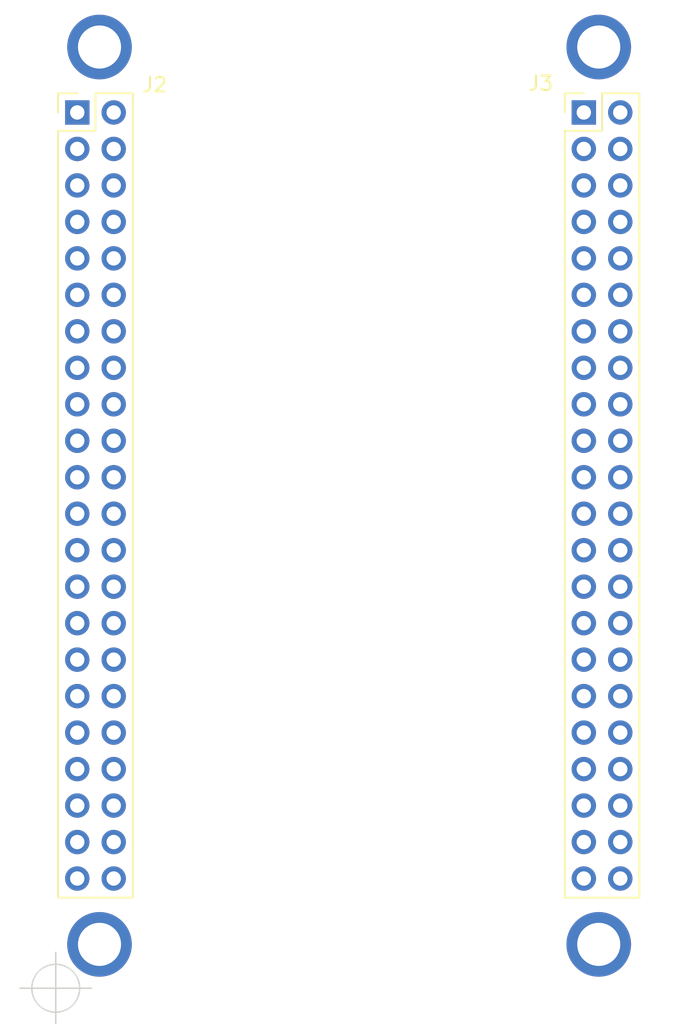
<source format=kicad_pcb>
(kicad_pcb (version 20241229) (generator "pcbnew") (generator_version "9.0")
  (layers (0 "F.Cu" signal) (2 "B.Cu" signal) (13 "F.Paste" user) (15 "B.Paste" user) (5 "F.SilkS" user "F.Silkscreen") (7 "B.SilkS" user "B.Silkscreen") (1 "F.Mask" user) (3 "B.Mask" user) (25 "Edge.Cuts" user))
  (net 0 "")
  (net 1 "GNDD")
  (net 2 "+5V")
  (net 3 "+3.3V")
  (net 4 "GND")
  (net 5 "/PD9")
  (net 6 "/PD8")
  (net 7 "/PD11")
  (net 8 "/PD10")
  (net 9 "/PD13")
  (net 10 "/PD12")
  (net 11 "/PD15")
  (net 12 "/PD14")
  (net 13 "/PC7")
  (net 14 "/PC6")
  (net 15 "/PC9")
  (net 16 "/PC8")
  (net 17 "/PA9_TX1")
  (net 18 "/PA8")
  (net 19 "/PA11_USB_DM")
  (net 20 "/PA10_RX1")
  (net 21 "/PA15")
  (net 22 "/PA12_USB_DP")
  (net 23 "/PC11")
  (net 24 "/PC10")
  (net 25 "/PD0")
  (net 26 "/PC12")
  (net 27 "/PD2")
  (net 28 "/PD1")
  (net 29 "/PD4")
  (net 30 "/PD3")
  (net 31 "/PD6")
  (net 32 "/PD5")
  (net 33 "/PB3")
  (net 34 "/PD7")
  (net 35 "/PB5")
  (net 36 "/PB4")
  (net 37 "/PB7")
  (net 38 "/PB6")
  (net 39 "/PB9")
  (net 40 "/PB8")
  (net 41 "/PE1")
  (net 42 "/PE0")
  (net 43 "VDDA")
  (net 44 "/VREF+")
  (net 45 "/PB15")
  (net 46 "/PB14")
  (net 47 "/PB13")
  (net 48 "/PB12")
  (net 49 "/PB11")
  (net 50 "/PB10")
  (net 51 "/PE15")
  (net 52 "/PE14")
  (net 53 "/PE13")
  (net 54 "/PE12")
  (net 55 "/PE11")
  (net 56 "/PE10")
  (net 57 "/PE9")
  (net 58 "/PE8")
  (net 59 "/PE7")
  (net 60 "/PB2")
  (net 61 "/PB1")
  (net 62 "/PB0")
  (net 63 "/PC5")
  (net 64 "/PC4")
  (net 65 "/PA7")
  (net 66 "/PA6")
  (net 67 "/PA5")
  (net 68 "/PA4")
  (net 69 "/PA3")
  (net 70 "/PA2")
  (net 71 "/PA1")
  (net 72 "/PA0")
  (net 73 "/PC3")
  (net 74 "/PC2")
  (net 75 "/PC1")
  (net 76 "/PC0")
  (net 77 "/PC13")
  (net 78 "/PE6")
  (net 79 "/PE5")
  (net 80 "/PE4")
  (net 81 "/PE3")
  (net 82 "/PE2")
  (footprint "Connector_PinHeader_2.54mm:PinHeader_2x22_P2.54mm_Vertical" (layer "F.Cu") (at 101.5 69.02)
    (property "Reference" "J2" (at 5.4 -1.92 0) (layer "F.SilkS"))
    (property "Value" "Left")
    (fp_line (start -1.33 -1.33) (end 0 -1.33) (stroke (width 0.12)) (layer "F.SilkS"))
    (fp_line (start -1.33 0) (end -1.33 -1.33) (stroke (width 0.12)) (layer "F.SilkS"))
    (fp_line (start -1.33 1.27) (end -1.33 54.67) (stroke (width 0.12)) (layer "F.SilkS"))
    (fp_line (start -1.33 1.27) (end 1.27 1.27) (stroke (width 0.12)) (layer "F.SilkS"))
    (fp_line (start -1.33 54.67) (end 3.87 54.67) (stroke (width 0.12)) (layer "F.SilkS"))
    (fp_line (start 1.27 -1.33) (end 3.87 -1.33) (stroke (width 0.12)) (layer "F.SilkS"))
    (fp_line (start 1.27 1.27) (end 1.27 -1.33) (stroke (width 0.12)) (layer "F.SilkS"))
    (fp_line (start 3.87 -1.33) (end 3.87 54.67) (stroke (width 0.12)) (layer "F.SilkS"))
    (pad "1" thru_hole rect (at 0 0) (size 1.7 1.7) (drill 1) (layers "*.Cu" "*.Mask" "In1.Cu" "In2.Cu" "In3.Cu" "In4.Cu" "In5.Cu" "In6.Cu" "In7.Cu" "In8.Cu" "In9.Cu" "In10.Cu" "In11.Cu" "In12.Cu" "In13.Cu" "In14.Cu" "In15.Cu" "In16.Cu" "In17.Cu" "In18.Cu" "In19.Cu" "In20.Cu" "In21.Cu" "In22.Cu" "In23.Cu" "In24.Cu" "In25.Cu" "In26.Cu" "In27.Cu" "In28.Cu" "In29.Cu" "In30.Cu") (net 2 "+5V"))
    (pad "2" thru_hole oval (at 2.54 0) (size 1.7 1.7) (drill 1) (layers "*.Cu" "*.Mask" "In1.Cu" "In2.Cu" "In3.Cu" "In4.Cu" "In5.Cu" "In6.Cu" "In7.Cu" "In8.Cu" "In9.Cu" "In10.Cu" "In11.Cu" "In12.Cu" "In13.Cu" "In14.Cu" "In15.Cu" "In16.Cu" "In17.Cu" "In18.Cu" "In19.Cu" "In20.Cu" "In21.Cu" "In22.Cu" "In23.Cu" "In24.Cu" "In25.Cu" "In26.Cu" "In27.Cu" "In28.Cu" "In29.Cu" "In30.Cu") (net 2 "+5V"))
    (pad "3" thru_hole oval (at 0 2.54) (size 1.7 1.7) (drill 1) (layers "*.Cu" "*.Mask" "In1.Cu" "In2.Cu" "In3.Cu" "In4.Cu" "In5.Cu" "In6.Cu" "In7.Cu" "In8.Cu" "In9.Cu" "In10.Cu" "In11.Cu" "In12.Cu" "In13.Cu" "In14.Cu" "In15.Cu" "In16.Cu" "In17.Cu" "In18.Cu" "In19.Cu" "In20.Cu" "In21.Cu" "In22.Cu" "In23.Cu" "In24.Cu" "In25.Cu" "In26.Cu" "In27.Cu" "In28.Cu" "In29.Cu" "In30.Cu") (net 3 "+3.3V"))
    (pad "4" thru_hole oval (at 2.54 2.54) (size 1.7 1.7) (drill 1) (layers "*.Cu" "*.Mask" "In1.Cu" "In2.Cu" "In3.Cu" "In4.Cu" "In5.Cu" "In6.Cu" "In7.Cu" "In8.Cu" "In9.Cu" "In10.Cu" "In11.Cu" "In12.Cu" "In13.Cu" "In14.Cu" "In15.Cu" "In16.Cu" "In17.Cu" "In18.Cu" "In19.Cu" "In20.Cu" "In21.Cu" "In22.Cu" "In23.Cu" "In24.Cu" "In25.Cu" "In26.Cu" "In27.Cu" "In28.Cu" "In29.Cu" "In30.Cu") (net 3 "+3.3V"))
    (pad "5" thru_hole oval (at 0 5.08) (size 1.7 1.7) (drill 1) (layers "*.Cu" "*.Mask" "In1.Cu" "In2.Cu" "In3.Cu" "In4.Cu" "In5.Cu" "In6.Cu" "In7.Cu" "In8.Cu" "In9.Cu" "In10.Cu" "In11.Cu" "In12.Cu" "In13.Cu" "In14.Cu" "In15.Cu" "In16.Cu" "In17.Cu" "In18.Cu" "In19.Cu" "In20.Cu" "In21.Cu" "In22.Cu" "In23.Cu" "In24.Cu" "In25.Cu" "In26.Cu" "In27.Cu" "In28.Cu" "In29.Cu" "In30.Cu") (net 4 "GND"))
    (pad "6" thru_hole oval (at 2.54 5.08) (size 1.7 1.7) (drill 1) (layers "*.Cu" "*.Mask" "In1.Cu" "In2.Cu" "In3.Cu" "In4.Cu" "In5.Cu" "In6.Cu" "In7.Cu" "In8.Cu" "In9.Cu" "In10.Cu" "In11.Cu" "In12.Cu" "In13.Cu" "In14.Cu" "In15.Cu" "In16.Cu" "In17.Cu" "In18.Cu" "In19.Cu" "In20.Cu" "In21.Cu" "In22.Cu" "In23.Cu" "In24.Cu" "In25.Cu" "In26.Cu" "In27.Cu" "In28.Cu" "In29.Cu" "In30.Cu") (net 4 "GND"))
    (pad "7" thru_hole oval (at 0 7.62) (size 1.7 1.7) (drill 1) (layers "*.Cu" "*.Mask" "In1.Cu" "In2.Cu" "In3.Cu" "In4.Cu" "In5.Cu" "In6.Cu" "In7.Cu" "In8.Cu" "In9.Cu" "In10.Cu" "In11.Cu" "In12.Cu" "In13.Cu" "In14.Cu" "In15.Cu" "In16.Cu" "In17.Cu" "In18.Cu" "In19.Cu" "In20.Cu" "In21.Cu" "In22.Cu" "In23.Cu" "In24.Cu" "In25.Cu" "In26.Cu" "In27.Cu" "In28.Cu" "In29.Cu" "In30.Cu") (net 5 "/PD9"))
    (pad "8" thru_hole oval (at 2.54 7.62) (size 1.7 1.7) (drill 1) (layers "*.Cu" "*.Mask" "In1.Cu" "In2.Cu" "In3.Cu" "In4.Cu" "In5.Cu" "In6.Cu" "In7.Cu" "In8.Cu" "In9.Cu" "In10.Cu" "In11.Cu" "In12.Cu" "In13.Cu" "In14.Cu" "In15.Cu" "In16.Cu" "In17.Cu" "In18.Cu" "In19.Cu" "In20.Cu" "In21.Cu" "In22.Cu" "In23.Cu" "In24.Cu" "In25.Cu" "In26.Cu" "In27.Cu" "In28.Cu" "In29.Cu" "In30.Cu") (net 6 "/PD8"))
    (pad "9" thru_hole oval (at 0 10.16) (size 1.7 1.7) (drill 1) (layers "*.Cu" "*.Mask" "In1.Cu" "In2.Cu" "In3.Cu" "In4.Cu" "In5.Cu" "In6.Cu" "In7.Cu" "In8.Cu" "In9.Cu" "In10.Cu" "In11.Cu" "In12.Cu" "In13.Cu" "In14.Cu" "In15.Cu" "In16.Cu" "In17.Cu" "In18.Cu" "In19.Cu" "In20.Cu" "In21.Cu" "In22.Cu" "In23.Cu" "In24.Cu" "In25.Cu" "In26.Cu" "In27.Cu" "In28.Cu" "In29.Cu" "In30.Cu") (net 7 "/PD11"))
    (pad "10" thru_hole oval (at 2.54 10.16) (size 1.7 1.7) (drill 1) (layers "*.Cu" "*.Mask" "In1.Cu" "In2.Cu" "In3.Cu" "In4.Cu" "In5.Cu" "In6.Cu" "In7.Cu" "In8.Cu" "In9.Cu" "In10.Cu" "In11.Cu" "In12.Cu" "In13.Cu" "In14.Cu" "In15.Cu" "In16.Cu" "In17.Cu" "In18.Cu" "In19.Cu" "In20.Cu" "In21.Cu" "In22.Cu" "In23.Cu" "In24.Cu" "In25.Cu" "In26.Cu" "In27.Cu" "In28.Cu" "In29.Cu" "In30.Cu") (net 8 "/PD10"))
    (pad "11" thru_hole oval (at 0 12.7) (size 1.7 1.7) (drill 1) (layers "*.Cu" "*.Mask" "In1.Cu" "In2.Cu" "In3.Cu" "In4.Cu" "In5.Cu" "In6.Cu" "In7.Cu" "In8.Cu" "In9.Cu" "In10.Cu" "In11.Cu" "In12.Cu" "In13.Cu" "In14.Cu" "In15.Cu" "In16.Cu" "In17.Cu" "In18.Cu" "In19.Cu" "In20.Cu" "In21.Cu" "In22.Cu" "In23.Cu" "In24.Cu" "In25.Cu" "In26.Cu" "In27.Cu" "In28.Cu" "In29.Cu" "In30.Cu") (net 9 "/PD13"))
    (pad "12" thru_hole oval (at 2.54 12.7) (size 1.7 1.7) (drill 1) (layers "*.Cu" "*.Mask" "In1.Cu" "In2.Cu" "In3.Cu" "In4.Cu" "In5.Cu" "In6.Cu" "In7.Cu" "In8.Cu" "In9.Cu" "In10.Cu" "In11.Cu" "In12.Cu" "In13.Cu" "In14.Cu" "In15.Cu" "In16.Cu" "In17.Cu" "In18.Cu" "In19.Cu" "In20.Cu" "In21.Cu" "In22.Cu" "In23.Cu" "In24.Cu" "In25.Cu" "In26.Cu" "In27.Cu" "In28.Cu" "In29.Cu" "In30.Cu") (net 10 "/PD12"))
    (pad "13" thru_hole oval (at 0 15.24) (size 1.7 1.7) (drill 1) (layers "*.Cu" "*.Mask" "In1.Cu" "In2.Cu" "In3.Cu" "In4.Cu" "In5.Cu" "In6.Cu" "In7.Cu" "In8.Cu" "In9.Cu" "In10.Cu" "In11.Cu" "In12.Cu" "In13.Cu" "In14.Cu" "In15.Cu" "In16.Cu" "In17.Cu" "In18.Cu" "In19.Cu" "In20.Cu" "In21.Cu" "In22.Cu" "In23.Cu" "In24.Cu" "In25.Cu" "In26.Cu" "In27.Cu" "In28.Cu" "In29.Cu" "In30.Cu") (net 11 "/PD15"))
    (pad "14" thru_hole oval (at 2.54 15.24) (size 1.7 1.7) (drill 1) (layers "*.Cu" "*.Mask" "In1.Cu" "In2.Cu" "In3.Cu" "In4.Cu" "In5.Cu" "In6.Cu" "In7.Cu" "In8.Cu" "In9.Cu" "In10.Cu" "In11.Cu" "In12.Cu" "In13.Cu" "In14.Cu" "In15.Cu" "In16.Cu" "In17.Cu" "In18.Cu" "In19.Cu" "In20.Cu" "In21.Cu" "In22.Cu" "In23.Cu" "In24.Cu" "In25.Cu" "In26.Cu" "In27.Cu" "In28.Cu" "In29.Cu" "In30.Cu") (net 12 "/PD14"))
    (pad "15" thru_hole oval (at 0 17.78) (size 1.7 1.7) (drill 1) (layers "*.Cu" "*.Mask" "In1.Cu" "In2.Cu" "In3.Cu" "In4.Cu" "In5.Cu" "In6.Cu" "In7.Cu" "In8.Cu" "In9.Cu" "In10.Cu" "In11.Cu" "In12.Cu" "In13.Cu" "In14.Cu" "In15.Cu" "In16.Cu" "In17.Cu" "In18.Cu" "In19.Cu" "In20.Cu" "In21.Cu" "In22.Cu" "In23.Cu" "In24.Cu" "In25.Cu" "In26.Cu" "In27.Cu" "In28.Cu" "In29.Cu" "In30.Cu") (net 13 "/PC7"))
    (pad "16" thru_hole oval (at 2.54 17.78) (size 1.7 1.7) (drill 1) (layers "*.Cu" "*.Mask" "In1.Cu" "In2.Cu" "In3.Cu" "In4.Cu" "In5.Cu" "In6.Cu" "In7.Cu" "In8.Cu" "In9.Cu" "In10.Cu" "In11.Cu" "In12.Cu" "In13.Cu" "In14.Cu" "In15.Cu" "In16.Cu" "In17.Cu" "In18.Cu" "In19.Cu" "In20.Cu" "In21.Cu" "In22.Cu" "In23.Cu" "In24.Cu" "In25.Cu" "In26.Cu" "In27.Cu" "In28.Cu" "In29.Cu" "In30.Cu") (net 14 "/PC6"))
    (pad "17" thru_hole oval (at 0 20.32) (size 1.7 1.7) (drill 1) (layers "*.Cu" "*.Mask" "In1.Cu" "In2.Cu" "In3.Cu" "In4.Cu" "In5.Cu" "In6.Cu" "In7.Cu" "In8.Cu" "In9.Cu" "In10.Cu" "In11.Cu" "In12.Cu" "In13.Cu" "In14.Cu" "In15.Cu" "In16.Cu" "In17.Cu" "In18.Cu" "In19.Cu" "In20.Cu" "In21.Cu" "In22.Cu" "In23.Cu" "In24.Cu" "In25.Cu" "In26.Cu" "In27.Cu" "In28.Cu" "In29.Cu" "In30.Cu") (net 15 "/PC9"))
    (pad "18" thru_hole oval (at 2.54 20.32) (size 1.7 1.7) (drill 1) (layers "*.Cu" "*.Mask" "In1.Cu" "In2.Cu" "In3.Cu" "In4.Cu" "In5.Cu" "In6.Cu" "In7.Cu" "In8.Cu" "In9.Cu" "In10.Cu" "In11.Cu" "In12.Cu" "In13.Cu" "In14.Cu" "In15.Cu" "In16.Cu" "In17.Cu" "In18.Cu" "In19.Cu" "In20.Cu" "In21.Cu" "In22.Cu" "In23.Cu" "In24.Cu" "In25.Cu" "In26.Cu" "In27.Cu" "In28.Cu" "In29.Cu" "In30.Cu") (net 16 "/PC8"))
    (pad "19" thru_hole oval (at 0 22.86) (size 1.7 1.7) (drill 1) (layers "*.Cu" "*.Mask" "In1.Cu" "In2.Cu" "In3.Cu" "In4.Cu" "In5.Cu" "In6.Cu" "In7.Cu" "In8.Cu" "In9.Cu" "In10.Cu" "In11.Cu" "In12.Cu" "In13.Cu" "In14.Cu" "In15.Cu" "In16.Cu" "In17.Cu" "In18.Cu" "In19.Cu" "In20.Cu" "In21.Cu" "In22.Cu" "In23.Cu" "In24.Cu" "In25.Cu" "In26.Cu" "In27.Cu" "In28.Cu" "In29.Cu" "In30.Cu") (net 17 "/PA9_TX1"))
    (pad "20" thru_hole oval (at 2.54 22.86) (size 1.7 1.7) (drill 1) (layers "*.Cu" "*.Mask" "In1.Cu" "In2.Cu" "In3.Cu" "In4.Cu" "In5.Cu" "In6.Cu" "In7.Cu" "In8.Cu" "In9.Cu" "In10.Cu" "In11.Cu" "In12.Cu" "In13.Cu" "In14.Cu" "In15.Cu" "In16.Cu" "In17.Cu" "In18.Cu" "In19.Cu" "In20.Cu" "In21.Cu" "In22.Cu" "In23.Cu" "In24.Cu" "In25.Cu" "In26.Cu" "In27.Cu" "In28.Cu" "In29.Cu" "In30.Cu") (net 18 "/PA8"))
    (pad "21" thru_hole oval (at 0 25.4) (size 1.7 1.7) (drill 1) (layers "*.Cu" "*.Mask" "In1.Cu" "In2.Cu" "In3.Cu" "In4.Cu" "In5.Cu" "In6.Cu" "In7.Cu" "In8.Cu" "In9.Cu" "In10.Cu" "In11.Cu" "In12.Cu" "In13.Cu" "In14.Cu" "In15.Cu" "In16.Cu" "In17.Cu" "In18.Cu" "In19.Cu" "In20.Cu" "In21.Cu" "In22.Cu" "In23.Cu" "In24.Cu" "In25.Cu" "In26.Cu" "In27.Cu" "In28.Cu" "In29.Cu" "In30.Cu") (net 19 "/PA11_USB_DM"))
    (pad "22" thru_hole oval (at 2.54 25.4) (size 1.7 1.7) (drill 1) (layers "*.Cu" "*.Mask" "In1.Cu" "In2.Cu" "In3.Cu" "In4.Cu" "In5.Cu" "In6.Cu" "In7.Cu" "In8.Cu" "In9.Cu" "In10.Cu" "In11.Cu" "In12.Cu" "In13.Cu" "In14.Cu" "In15.Cu" "In16.Cu" "In17.Cu" "In18.Cu" "In19.Cu" "In20.Cu" "In21.Cu" "In22.Cu" "In23.Cu" "In24.Cu" "In25.Cu" "In26.Cu" "In27.Cu" "In28.Cu" "In29.Cu" "In30.Cu") (net 20 "/PA10_RX1"))
    (pad "23" thru_hole oval (at 0 27.94) (size 1.7 1.7) (drill 1) (layers "*.Cu" "*.Mask" "In1.Cu" "In2.Cu" "In3.Cu" "In4.Cu" "In5.Cu" "In6.Cu" "In7.Cu" "In8.Cu" "In9.Cu" "In10.Cu" "In11.Cu" "In12.Cu" "In13.Cu" "In14.Cu" "In15.Cu" "In16.Cu" "In17.Cu" "In18.Cu" "In19.Cu" "In20.Cu" "In21.Cu" "In22.Cu" "In23.Cu" "In24.Cu" "In25.Cu" "In26.Cu" "In27.Cu" "In28.Cu" "In29.Cu" "In30.Cu") (net 21 "/PA15"))
    (pad "24" thru_hole oval (at 2.54 27.94) (size 1.7 1.7) (drill 1) (layers "*.Cu" "*.Mask" "In1.Cu" "In2.Cu" "In3.Cu" "In4.Cu" "In5.Cu" "In6.Cu" "In7.Cu" "In8.Cu" "In9.Cu" "In10.Cu" "In11.Cu" "In12.Cu" "In13.Cu" "In14.Cu" "In15.Cu" "In16.Cu" "In17.Cu" "In18.Cu" "In19.Cu" "In20.Cu" "In21.Cu" "In22.Cu" "In23.Cu" "In24.Cu" "In25.Cu" "In26.Cu" "In27.Cu" "In28.Cu" "In29.Cu" "In30.Cu") (net 22 "/PA12_USB_DP"))
    (pad "25" thru_hole oval (at 0 30.48) (size 1.7 1.7) (drill 1) (layers "*.Cu" "*.Mask" "In1.Cu" "In2.Cu" "In3.Cu" "In4.Cu" "In5.Cu" "In6.Cu" "In7.Cu" "In8.Cu" "In9.Cu" "In10.Cu" "In11.Cu" "In12.Cu" "In13.Cu" "In14.Cu" "In15.Cu" "In16.Cu" "In17.Cu" "In18.Cu" "In19.Cu" "In20.Cu" "In21.Cu" "In22.Cu" "In23.Cu" "In24.Cu" "In25.Cu" "In26.Cu" "In27.Cu" "In28.Cu" "In29.Cu" "In30.Cu") (net 23 "/PC11"))
    (pad "26" thru_hole oval (at 2.54 30.48) (size 1.7 1.7) (drill 1) (layers "*.Cu" "*.Mask" "In1.Cu" "In2.Cu" "In3.Cu" "In4.Cu" "In5.Cu" "In6.Cu" "In7.Cu" "In8.Cu" "In9.Cu" "In10.Cu" "In11.Cu" "In12.Cu" "In13.Cu" "In14.Cu" "In15.Cu" "In16.Cu" "In17.Cu" "In18.Cu" "In19.Cu" "In20.Cu" "In21.Cu" "In22.Cu" "In23.Cu" "In24.Cu" "In25.Cu" "In26.Cu" "In27.Cu" "In28.Cu" "In29.Cu" "In30.Cu") (net 24 "/PC10"))
    (pad "27" thru_hole oval (at 0 33.02) (size 1.7 1.7) (drill 1) (layers "*.Cu" "*.Mask" "In1.Cu" "In2.Cu" "In3.Cu" "In4.Cu" "In5.Cu" "In6.Cu" "In7.Cu" "In8.Cu" "In9.Cu" "In10.Cu" "In11.Cu" "In12.Cu" "In13.Cu" "In14.Cu" "In15.Cu" "In16.Cu" "In17.Cu" "In18.Cu" "In19.Cu" "In20.Cu" "In21.Cu" "In22.Cu" "In23.Cu" "In24.Cu" "In25.Cu" "In26.Cu" "In27.Cu" "In28.Cu" "In29.Cu" "In30.Cu") (net 25 "/PD0"))
    (pad "28" thru_hole oval (at 2.54 33.02) (size 1.7 1.7) (drill 1) (layers "*.Cu" "*.Mask" "In1.Cu" "In2.Cu" "In3.Cu" "In4.Cu" "In5.Cu" "In6.Cu" "In7.Cu" "In8.Cu" "In9.Cu" "In10.Cu" "In11.Cu" "In12.Cu" "In13.Cu" "In14.Cu" "In15.Cu" "In16.Cu" "In17.Cu" "In18.Cu" "In19.Cu" "In20.Cu" "In21.Cu" "In22.Cu" "In23.Cu" "In24.Cu" "In25.Cu" "In26.Cu" "In27.Cu" "In28.Cu" "In29.Cu" "In30.Cu") (net 26 "/PC12"))
    (pad "29" thru_hole oval (at 0 35.56) (size 1.7 1.7) (drill 1) (layers "*.Cu" "*.Mask" "In1.Cu" "In2.Cu" "In3.Cu" "In4.Cu" "In5.Cu" "In6.Cu" "In7.Cu" "In8.Cu" "In9.Cu" "In10.Cu" "In11.Cu" "In12.Cu" "In13.Cu" "In14.Cu" "In15.Cu" "In16.Cu" "In17.Cu" "In18.Cu" "In19.Cu" "In20.Cu" "In21.Cu" "In22.Cu" "In23.Cu" "In24.Cu" "In25.Cu" "In26.Cu" "In27.Cu" "In28.Cu" "In29.Cu" "In30.Cu") (net 27 "/PD2"))
    (pad "30" thru_hole oval (at 2.54 35.56) (size 1.7 1.7) (drill 1) (layers "*.Cu" "*.Mask" "In1.Cu" "In2.Cu" "In3.Cu" "In4.Cu" "In5.Cu" "In6.Cu" "In7.Cu" "In8.Cu" "In9.Cu" "In10.Cu" "In11.Cu" "In12.Cu" "In13.Cu" "In14.Cu" "In15.Cu" "In16.Cu" "In17.Cu" "In18.Cu" "In19.Cu" "In20.Cu" "In21.Cu" "In22.Cu" "In23.Cu" "In24.Cu" "In25.Cu" "In26.Cu" "In27.Cu" "In28.Cu" "In29.Cu" "In30.Cu") (net 28 "/PD1"))
    (pad "31" thru_hole oval (at 0 38.1) (size 1.7 1.7) (drill 1) (layers "*.Cu" "*.Mask" "In1.Cu" "In2.Cu" "In3.Cu" "In4.Cu" "In5.Cu" "In6.Cu" "In7.Cu" "In8.Cu" "In9.Cu" "In10.Cu" "In11.Cu" "In12.Cu" "In13.Cu" "In14.Cu" "In15.Cu" "In16.Cu" "In17.Cu" "In18.Cu" "In19.Cu" "In20.Cu" "In21.Cu" "In22.Cu" "In23.Cu" "In24.Cu" "In25.Cu" "In26.Cu" "In27.Cu" "In28.Cu" "In29.Cu" "In30.Cu") (net 29 "/PD4"))
    (pad "32" thru_hole oval (at 2.54 38.1) (size 1.7 1.7) (drill 1) (layers "*.Cu" "*.Mask" "In1.Cu" "In2.Cu" "In3.Cu" "In4.Cu" "In5.Cu" "In6.Cu" "In7.Cu" "In8.Cu" "In9.Cu" "In10.Cu" "In11.Cu" "In12.Cu" "In13.Cu" "In14.Cu" "In15.Cu" "In16.Cu" "In17.Cu" "In18.Cu" "In19.Cu" "In20.Cu" "In21.Cu" "In22.Cu" "In23.Cu" "In24.Cu" "In25.Cu" "In26.Cu" "In27.Cu" "In28.Cu" "In29.Cu" "In30.Cu") (net 30 "/PD3"))
    (pad "33" thru_hole oval (at 0 40.64) (size 1.7 1.7) (drill 1) (layers "*.Cu" "*.Mask" "In1.Cu" "In2.Cu" "In3.Cu" "In4.Cu" "In5.Cu" "In6.Cu" "In7.Cu" "In8.Cu" "In9.Cu" "In10.Cu" "In11.Cu" "In12.Cu" "In13.Cu" "In14.Cu" "In15.Cu" "In16.Cu" "In17.Cu" "In18.Cu" "In19.Cu" "In20.Cu" "In21.Cu" "In22.Cu" "In23.Cu" "In24.Cu" "In25.Cu" "In26.Cu" "In27.Cu" "In28.Cu" "In29.Cu" "In30.Cu") (net 31 "/PD6"))
    (pad "34" thru_hole oval (at 2.54 40.64) (size 1.7 1.7) (drill 1) (layers "*.Cu" "*.Mask" "In1.Cu" "In2.Cu" "In3.Cu" "In4.Cu" "In5.Cu" "In6.Cu" "In7.Cu" "In8.Cu" "In9.Cu" "In10.Cu" "In11.Cu" "In12.Cu" "In13.Cu" "In14.Cu" "In15.Cu" "In16.Cu" "In17.Cu" "In18.Cu" "In19.Cu" "In20.Cu" "In21.Cu" "In22.Cu" "In23.Cu" "In24.Cu" "In25.Cu" "In26.Cu" "In27.Cu" "In28.Cu" "In29.Cu" "In30.Cu") (net 32 "/PD5"))
    (pad "35" thru_hole oval (at 0 43.18) (size 1.7 1.7) (drill 1) (layers "*.Cu" "*.Mask" "In1.Cu" "In2.Cu" "In3.Cu" "In4.Cu" "In5.Cu" "In6.Cu" "In7.Cu" "In8.Cu" "In9.Cu" "In10.Cu" "In11.Cu" "In12.Cu" "In13.Cu" "In14.Cu" "In15.Cu" "In16.Cu" "In17.Cu" "In18.Cu" "In19.Cu" "In20.Cu" "In21.Cu" "In22.Cu" "In23.Cu" "In24.Cu" "In25.Cu" "In26.Cu" "In27.Cu" "In28.Cu" "In29.Cu" "In30.Cu") (net 33 "/PB3"))
    (pad "36" thru_hole oval (at 2.54 43.18) (size 1.7 1.7) (drill 1) (layers "*.Cu" "*.Mask" "In1.Cu" "In2.Cu" "In3.Cu" "In4.Cu" "In5.Cu" "In6.Cu" "In7.Cu" "In8.Cu" "In9.Cu" "In10.Cu" "In11.Cu" "In12.Cu" "In13.Cu" "In14.Cu" "In15.Cu" "In16.Cu" "In17.Cu" "In18.Cu" "In19.Cu" "In20.Cu" "In21.Cu" "In22.Cu" "In23.Cu" "In24.Cu" "In25.Cu" "In26.Cu" "In27.Cu" "In28.Cu" "In29.Cu" "In30.Cu") (net 34 "/PD7"))
    (pad "37" thru_hole oval (at 0 45.72) (size 1.7 1.7) (drill 1) (layers "*.Cu" "*.Mask" "In1.Cu" "In2.Cu" "In3.Cu" "In4.Cu" "In5.Cu" "In6.Cu" "In7.Cu" "In8.Cu" "In9.Cu" "In10.Cu" "In11.Cu" "In12.Cu" "In13.Cu" "In14.Cu" "In15.Cu" "In16.Cu" "In17.Cu" "In18.Cu" "In19.Cu" "In20.Cu" "In21.Cu" "In22.Cu" "In23.Cu" "In24.Cu" "In25.Cu" "In26.Cu" "In27.Cu" "In28.Cu" "In29.Cu" "In30.Cu") (net 35 "/PB5"))
    (pad "38" thru_hole oval (at 2.54 45.72) (size 1.7 1.7) (drill 1) (layers "*.Cu" "*.Mask" "In1.Cu" "In2.Cu" "In3.Cu" "In4.Cu" "In5.Cu" "In6.Cu" "In7.Cu" "In8.Cu" "In9.Cu" "In10.Cu" "In11.Cu" "In12.Cu" "In13.Cu" "In14.Cu" "In15.Cu" "In16.Cu" "In17.Cu" "In18.Cu" "In19.Cu" "In20.Cu" "In21.Cu" "In22.Cu" "In23.Cu" "In24.Cu" "In25.Cu" "In26.Cu" "In27.Cu" "In28.Cu" "In29.Cu" "In30.Cu") (net 36 "/PB4"))
    (pad "39" thru_hole oval (at 0 48.26) (size 1.7 1.7) (drill 1) (layers "*.Cu" "*.Mask" "In1.Cu" "In2.Cu" "In3.Cu" "In4.Cu" "In5.Cu" "In6.Cu" "In7.Cu" "In8.Cu" "In9.Cu" "In10.Cu" "In11.Cu" "In12.Cu" "In13.Cu" "In14.Cu" "In15.Cu" "In16.Cu" "In17.Cu" "In18.Cu" "In19.Cu" "In20.Cu" "In21.Cu" "In22.Cu" "In23.Cu" "In24.Cu" "In25.Cu" "In26.Cu" "In27.Cu" "In28.Cu" "In29.Cu" "In30.Cu") (net 37 "/PB7"))
    (pad "40" thru_hole oval (at 2.54 48.26) (size 1.7 1.7) (drill 1) (layers "*.Cu" "*.Mask" "In1.Cu" "In2.Cu" "In3.Cu" "In4.Cu" "In5.Cu" "In6.Cu" "In7.Cu" "In8.Cu" "In9.Cu" "In10.Cu" "In11.Cu" "In12.Cu" "In13.Cu" "In14.Cu" "In15.Cu" "In16.Cu" "In17.Cu" "In18.Cu" "In19.Cu" "In20.Cu" "In21.Cu" "In22.Cu" "In23.Cu" "In24.Cu" "In25.Cu" "In26.Cu" "In27.Cu" "In28.Cu" "In29.Cu" "In30.Cu") (net 38 "/PB6"))
    (pad "41" thru_hole oval (at 0 50.8) (size 1.7 1.7) (drill 1) (layers "*.Cu" "*.Mask" "In1.Cu" "In2.Cu" "In3.Cu" "In4.Cu" "In5.Cu" "In6.Cu" "In7.Cu" "In8.Cu" "In9.Cu" "In10.Cu" "In11.Cu" "In12.Cu" "In13.Cu" "In14.Cu" "In15.Cu" "In16.Cu" "In17.Cu" "In18.Cu" "In19.Cu" "In20.Cu" "In21.Cu" "In22.Cu" "In23.Cu" "In24.Cu" "In25.Cu" "In26.Cu" "In27.Cu" "In28.Cu" "In29.Cu" "In30.Cu") (net 39 "/PB9"))
    (pad "42" thru_hole oval (at 2.54 50.8) (size 1.7 1.7) (drill 1) (layers "*.Cu" "*.Mask" "In1.Cu" "In2.Cu" "In3.Cu" "In4.Cu" "In5.Cu" "In6.Cu" "In7.Cu" "In8.Cu" "In9.Cu" "In10.Cu" "In11.Cu" "In12.Cu" "In13.Cu" "In14.Cu" "In15.Cu" "In16.Cu" "In17.Cu" "In18.Cu" "In19.Cu" "In20.Cu" "In21.Cu" "In22.Cu" "In23.Cu" "In24.Cu" "In25.Cu" "In26.Cu" "In27.Cu" "In28.Cu" "In29.Cu" "In30.Cu") (net 40 "/PB8"))
    (pad "43" thru_hole oval (at 0 53.34) (size 1.7 1.7) (drill 1) (layers "*.Cu" "*.Mask" "In1.Cu" "In2.Cu" "In3.Cu" "In4.Cu" "In5.Cu" "In6.Cu" "In7.Cu" "In8.Cu" "In9.Cu" "In10.Cu" "In11.Cu" "In12.Cu" "In13.Cu" "In14.Cu" "In15.Cu" "In16.Cu" "In17.Cu" "In18.Cu" "In19.Cu" "In20.Cu" "In21.Cu" "In22.Cu" "In23.Cu" "In24.Cu" "In25.Cu" "In26.Cu" "In27.Cu" "In28.Cu" "In29.Cu" "In30.Cu") (net 41 "/PE1"))
    (pad "44" thru_hole oval (at 2.54 53.34) (size 1.7 1.7) (drill 1) (layers "*.Cu" "*.Mask" "In1.Cu" "In2.Cu" "In3.Cu" "In4.Cu" "In5.Cu" "In6.Cu" "In7.Cu" "In8.Cu" "In9.Cu" "In10.Cu" "In11.Cu" "In12.Cu" "In13.Cu" "In14.Cu" "In15.Cu" "In16.Cu" "In17.Cu" "In18.Cu" "In19.Cu" "In20.Cu" "In21.Cu" "In22.Cu" "In23.Cu" "In24.Cu" "In25.Cu" "In26.Cu" "In27.Cu" "In28.Cu" "In29.Cu" "In30.Cu") (net 42 "/PE0"))
  )
  (footprint "MountingHole:MountingHole_3mm_Pad" (layer "F.Cu") (at 103.05 64.465)
    (property "Reference" "H1" (hide yes))
    (property "Value" "MountingHole_Pad")
    (pad "1" thru_hole circle (at 0 0) (size 4.5 4.5) (drill 3) (layers "*.Cu" "*.Mask" "In1.Cu" "In2.Cu" "In3.Cu" "In4.Cu" "In5.Cu" "In6.Cu" "In7.Cu" "In8.Cu" "In9.Cu" "In10.Cu" "In11.Cu" "In12.Cu" "In13.Cu" "In14.Cu" "In15.Cu" "In16.Cu" "In17.Cu" "In18.Cu" "In19.Cu" "In20.Cu" "In21.Cu" "In22.Cu" "In23.Cu" "In24.Cu" "In25.Cu" "In26.Cu" "In27.Cu" "In28.Cu" "In29.Cu" "In30.Cu") (net 1 "GNDD"))
  )
  (footprint "Connector_PinHeader_2.54mm:PinHeader_2x22_P2.54mm_Vertical" (layer "F.Cu") (at 136.8 69.02)
    (property "Reference" "J3" (at -3 -2.02 0) (layer "F.SilkS"))
    (property "Value" "Right")
    (fp_line (start -1.33 -1.33) (end 0 -1.33) (stroke (width 0.12)) (layer "F.SilkS"))
    (fp_line (start -1.33 0) (end -1.33 -1.33) (stroke (width 0.12)) (layer "F.SilkS"))
    (fp_line (start -1.33 1.27) (end -1.33 54.67) (stroke (width 0.12)) (layer "F.SilkS"))
    (fp_line (start -1.33 1.27) (end 1.27 1.27) (stroke (width 0.12)) (layer "F.SilkS"))
    (fp_line (start -1.33 54.67) (end 3.87 54.67) (stroke (width 0.12)) (layer "F.SilkS"))
    (fp_line (start 1.27 -1.33) (end 3.87 -1.33) (stroke (width 0.12)) (layer "F.SilkS"))
    (fp_line (start 1.27 1.27) (end 1.27 -1.33) (stroke (width 0.12)) (layer "F.SilkS"))
    (fp_line (start 3.87 -1.33) (end 3.87 54.67) (stroke (width 0.12)) (layer "F.SilkS"))
    (pad "1" thru_hole rect (at 0 0) (size 1.7 1.7) (drill 1) (layers "*.Cu" "*.Mask" "In1.Cu" "In2.Cu" "In3.Cu" "In4.Cu" "In5.Cu" "In6.Cu" "In7.Cu" "In8.Cu" "In9.Cu" "In10.Cu" "In11.Cu" "In12.Cu" "In13.Cu" "In14.Cu" "In15.Cu" "In16.Cu" "In17.Cu" "In18.Cu" "In19.Cu" "In20.Cu" "In21.Cu" "In22.Cu" "In23.Cu" "In24.Cu" "In25.Cu" "In26.Cu" "In27.Cu" "In28.Cu" "In29.Cu" "In30.Cu") (net 3 "+3.3V"))
    (pad "2" thru_hole oval (at 2.54 0) (size 1.7 1.7) (drill 1) (layers "*.Cu" "*.Mask" "In1.Cu" "In2.Cu" "In3.Cu" "In4.Cu" "In5.Cu" "In6.Cu" "In7.Cu" "In8.Cu" "In9.Cu" "In10.Cu" "In11.Cu" "In12.Cu" "In13.Cu" "In14.Cu" "In15.Cu" "In16.Cu" "In17.Cu" "In18.Cu" "In19.Cu" "In20.Cu" "In21.Cu" "In22.Cu" "In23.Cu" "In24.Cu" "In25.Cu" "In26.Cu" "In27.Cu" "In28.Cu" "In29.Cu" "In30.Cu") (net 3 "+3.3V"))
    (pad "3" thru_hole oval (at 0 2.54) (size 1.7 1.7) (drill 1) (layers "*.Cu" "*.Mask" "In1.Cu" "In2.Cu" "In3.Cu" "In4.Cu" "In5.Cu" "In6.Cu" "In7.Cu" "In8.Cu" "In9.Cu" "In10.Cu" "In11.Cu" "In12.Cu" "In13.Cu" "In14.Cu" "In15.Cu" "In16.Cu" "In17.Cu" "In18.Cu" "In19.Cu" "In20.Cu" "In21.Cu" "In22.Cu" "In23.Cu" "In24.Cu" "In25.Cu" "In26.Cu" "In27.Cu" "In28.Cu" "In29.Cu" "In30.Cu") (net 4 "GND"))
    (pad "4" thru_hole oval (at 2.54 2.54) (size 1.7 1.7) (drill 1) (layers "*.Cu" "*.Mask" "In1.Cu" "In2.Cu" "In3.Cu" "In4.Cu" "In5.Cu" "In6.Cu" "In7.Cu" "In8.Cu" "In9.Cu" "In10.Cu" "In11.Cu" "In12.Cu" "In13.Cu" "In14.Cu" "In15.Cu" "In16.Cu" "In17.Cu" "In18.Cu" "In19.Cu" "In20.Cu" "In21.Cu" "In22.Cu" "In23.Cu" "In24.Cu" "In25.Cu" "In26.Cu" "In27.Cu" "In28.Cu" "In29.Cu" "In30.Cu") (net 4 "GND"))
    (pad "5" thru_hole oval (at 0 5.08) (size 1.7 1.7) (drill 1) (layers "*.Cu" "*.Mask" "In1.Cu" "In2.Cu" "In3.Cu" "In4.Cu" "In5.Cu" "In6.Cu" "In7.Cu" "In8.Cu" "In9.Cu" "In10.Cu" "In11.Cu" "In12.Cu" "In13.Cu" "In14.Cu" "In15.Cu" "In16.Cu" "In17.Cu" "In18.Cu" "In19.Cu" "In20.Cu" "In21.Cu" "In22.Cu" "In23.Cu" "In24.Cu" "In25.Cu" "In26.Cu" "In27.Cu" "In28.Cu" "In29.Cu" "In30.Cu") (net 43 "VDDA"))
    (pad "6" thru_hole oval (at 2.54 5.08) (size 1.7 1.7) (drill 1) (layers "*.Cu" "*.Mask" "In1.Cu" "In2.Cu" "In3.Cu" "In4.Cu" "In5.Cu" "In6.Cu" "In7.Cu" "In8.Cu" "In9.Cu" "In10.Cu" "In11.Cu" "In12.Cu" "In13.Cu" "In14.Cu" "In15.Cu" "In16.Cu" "In17.Cu" "In18.Cu" "In19.Cu" "In20.Cu" "In21.Cu" "In22.Cu" "In23.Cu" "In24.Cu" "In25.Cu" "In26.Cu" "In27.Cu" "In28.Cu" "In29.Cu" "In30.Cu") (net 44 "/VREF+"))
    (pad "7" thru_hole oval (at 0 7.62) (size 1.7 1.7) (drill 1) (layers "*.Cu" "*.Mask" "In1.Cu" "In2.Cu" "In3.Cu" "In4.Cu" "In5.Cu" "In6.Cu" "In7.Cu" "In8.Cu" "In9.Cu" "In10.Cu" "In11.Cu" "In12.Cu" "In13.Cu" "In14.Cu" "In15.Cu" "In16.Cu" "In17.Cu" "In18.Cu" "In19.Cu" "In20.Cu" "In21.Cu" "In22.Cu" "In23.Cu" "In24.Cu" "In25.Cu" "In26.Cu" "In27.Cu" "In28.Cu" "In29.Cu" "In30.Cu") (net 45 "/PB15"))
    (pad "8" thru_hole oval (at 2.54 7.62) (size 1.7 1.7) (drill 1) (layers "*.Cu" "*.Mask" "In1.Cu" "In2.Cu" "In3.Cu" "In4.Cu" "In5.Cu" "In6.Cu" "In7.Cu" "In8.Cu" "In9.Cu" "In10.Cu" "In11.Cu" "In12.Cu" "In13.Cu" "In14.Cu" "In15.Cu" "In16.Cu" "In17.Cu" "In18.Cu" "In19.Cu" "In20.Cu" "In21.Cu" "In22.Cu" "In23.Cu" "In24.Cu" "In25.Cu" "In26.Cu" "In27.Cu" "In28.Cu" "In29.Cu" "In30.Cu") (net 46 "/PB14"))
    (pad "9" thru_hole oval (at 0 10.16) (size 1.7 1.7) (drill 1) (layers "*.Cu" "*.Mask" "In1.Cu" "In2.Cu" "In3.Cu" "In4.Cu" "In5.Cu" "In6.Cu" "In7.Cu" "In8.Cu" "In9.Cu" "In10.Cu" "In11.Cu" "In12.Cu" "In13.Cu" "In14.Cu" "In15.Cu" "In16.Cu" "In17.Cu" "In18.Cu" "In19.Cu" "In20.Cu" "In21.Cu" "In22.Cu" "In23.Cu" "In24.Cu" "In25.Cu" "In26.Cu" "In27.Cu" "In28.Cu" "In29.Cu" "In30.Cu") (net 47 "/PB13"))
    (pad "10" thru_hole oval (at 2.54 10.16) (size 1.7 1.7) (drill 1) (layers "*.Cu" "*.Mask" "In1.Cu" "In2.Cu" "In3.Cu" "In4.Cu" "In5.Cu" "In6.Cu" "In7.Cu" "In8.Cu" "In9.Cu" "In10.Cu" "In11.Cu" "In12.Cu" "In13.Cu" "In14.Cu" "In15.Cu" "In16.Cu" "In17.Cu" "In18.Cu" "In19.Cu" "In20.Cu" "In21.Cu" "In22.Cu" "In23.Cu" "In24.Cu" "In25.Cu" "In26.Cu" "In27.Cu" "In28.Cu" "In29.Cu" "In30.Cu") (net 48 "/PB12"))
    (pad "11" thru_hole oval (at 0 12.7) (size 1.7 1.7) (drill 1) (layers "*.Cu" "*.Mask" "In1.Cu" "In2.Cu" "In3.Cu" "In4.Cu" "In5.Cu" "In6.Cu" "In7.Cu" "In8.Cu" "In9.Cu" "In10.Cu" "In11.Cu" "In12.Cu" "In13.Cu" "In14.Cu" "In15.Cu" "In16.Cu" "In17.Cu" "In18.Cu" "In19.Cu" "In20.Cu" "In21.Cu" "In22.Cu" "In23.Cu" "In24.Cu" "In25.Cu" "In26.Cu" "In27.Cu" "In28.Cu" "In29.Cu" "In30.Cu") (net 49 "/PB11"))
    (pad "12" thru_hole oval (at 2.54 12.7) (size 1.7 1.7) (drill 1) (layers "*.Cu" "*.Mask" "In1.Cu" "In2.Cu" "In3.Cu" "In4.Cu" "In5.Cu" "In6.Cu" "In7.Cu" "In8.Cu" "In9.Cu" "In10.Cu" "In11.Cu" "In12.Cu" "In13.Cu" "In14.Cu" "In15.Cu" "In16.Cu" "In17.Cu" "In18.Cu" "In19.Cu" "In20.Cu" "In21.Cu" "In22.Cu" "In23.Cu" "In24.Cu" "In25.Cu" "In26.Cu" "In27.Cu" "In28.Cu" "In29.Cu" "In30.Cu") (net 50 "/PB10"))
    (pad "13" thru_hole oval (at 0 15.24) (size 1.7 1.7) (drill 1) (layers "*.Cu" "*.Mask" "In1.Cu" "In2.Cu" "In3.Cu" "In4.Cu" "In5.Cu" "In6.Cu" "In7.Cu" "In8.Cu" "In9.Cu" "In10.Cu" "In11.Cu" "In12.Cu" "In13.Cu" "In14.Cu" "In15.Cu" "In16.Cu" "In17.Cu" "In18.Cu" "In19.Cu" "In20.Cu" "In21.Cu" "In22.Cu" "In23.Cu" "In24.Cu" "In25.Cu" "In26.Cu" "In27.Cu" "In28.Cu" "In29.Cu" "In30.Cu") (net 51 "/PE15"))
    (pad "14" thru_hole oval (at 2.54 15.24) (size 1.7 1.7) (drill 1) (layers "*.Cu" "*.Mask" "In1.Cu" "In2.Cu" "In3.Cu" "In4.Cu" "In5.Cu" "In6.Cu" "In7.Cu" "In8.Cu" "In9.Cu" "In10.Cu" "In11.Cu" "In12.Cu" "In13.Cu" "In14.Cu" "In15.Cu" "In16.Cu" "In17.Cu" "In18.Cu" "In19.Cu" "In20.Cu" "In21.Cu" "In22.Cu" "In23.Cu" "In24.Cu" "In25.Cu" "In26.Cu" "In27.Cu" "In28.Cu" "In29.Cu" "In30.Cu") (net 52 "/PE14"))
    (pad "15" thru_hole oval (at 0 17.78) (size 1.7 1.7) (drill 1) (layers "*.Cu" "*.Mask" "In1.Cu" "In2.Cu" "In3.Cu" "In4.Cu" "In5.Cu" "In6.Cu" "In7.Cu" "In8.Cu" "In9.Cu" "In10.Cu" "In11.Cu" "In12.Cu" "In13.Cu" "In14.Cu" "In15.Cu" "In16.Cu" "In17.Cu" "In18.Cu" "In19.Cu" "In20.Cu" "In21.Cu" "In22.Cu" "In23.Cu" "In24.Cu" "In25.Cu" "In26.Cu" "In27.Cu" "In28.Cu" "In29.Cu" "In30.Cu") (net 53 "/PE13"))
    (pad "16" thru_hole oval (at 2.54 17.78) (size 1.7 1.7) (drill 1) (layers "*.Cu" "*.Mask" "In1.Cu" "In2.Cu" "In3.Cu" "In4.Cu" "In5.Cu" "In6.Cu" "In7.Cu" "In8.Cu" "In9.Cu" "In10.Cu" "In11.Cu" "In12.Cu" "In13.Cu" "In14.Cu" "In15.Cu" "In16.Cu" "In17.Cu" "In18.Cu" "In19.Cu" "In20.Cu" "In21.Cu" "In22.Cu" "In23.Cu" "In24.Cu" "In25.Cu" "In26.Cu" "In27.Cu" "In28.Cu" "In29.Cu" "In30.Cu") (net 54 "/PE12"))
    (pad "17" thru_hole oval (at 0 20.32) (size 1.7 1.7) (drill 1) (layers "*.Cu" "*.Mask" "In1.Cu" "In2.Cu" "In3.Cu" "In4.Cu" "In5.Cu" "In6.Cu" "In7.Cu" "In8.Cu" "In9.Cu" "In10.Cu" "In11.Cu" "In12.Cu" "In13.Cu" "In14.Cu" "In15.Cu" "In16.Cu" "In17.Cu" "In18.Cu" "In19.Cu" "In20.Cu" "In21.Cu" "In22.Cu" "In23.Cu" "In24.Cu" "In25.Cu" "In26.Cu" "In27.Cu" "In28.Cu" "In29.Cu" "In30.Cu") (net 55 "/PE11"))
    (pad "18" thru_hole oval (at 2.54 20.32) (size 1.7 1.7) (drill 1) (layers "*.Cu" "*.Mask" "In1.Cu" "In2.Cu" "In3.Cu" "In4.Cu" "In5.Cu" "In6.Cu" "In7.Cu" "In8.Cu" "In9.Cu" "In10.Cu" "In11.Cu" "In12.Cu" "In13.Cu" "In14.Cu" "In15.Cu" "In16.Cu" "In17.Cu" "In18.Cu" "In19.Cu" "In20.Cu" "In21.Cu" "In22.Cu" "In23.Cu" "In24.Cu" "In25.Cu" "In26.Cu" "In27.Cu" "In28.Cu" "In29.Cu" "In30.Cu") (net 56 "/PE10"))
    (pad "19" thru_hole oval (at 0 22.86) (size 1.7 1.7) (drill 1) (layers "*.Cu" "*.Mask" "In1.Cu" "In2.Cu" "In3.Cu" "In4.Cu" "In5.Cu" "In6.Cu" "In7.Cu" "In8.Cu" "In9.Cu" "In10.Cu" "In11.Cu" "In12.Cu" "In13.Cu" "In14.Cu" "In15.Cu" "In16.Cu" "In17.Cu" "In18.Cu" "In19.Cu" "In20.Cu" "In21.Cu" "In22.Cu" "In23.Cu" "In24.Cu" "In25.Cu" "In26.Cu" "In27.Cu" "In28.Cu" "In29.Cu" "In30.Cu") (net 57 "/PE9"))
    (pad "20" thru_hole oval (at 2.54 22.86) (size 1.7 1.7) (drill 1) (layers "*.Cu" "*.Mask" "In1.Cu" "In2.Cu" "In3.Cu" "In4.Cu" "In5.Cu" "In6.Cu" "In7.Cu" "In8.Cu" "In9.Cu" "In10.Cu" "In11.Cu" "In12.Cu" "In13.Cu" "In14.Cu" "In15.Cu" "In16.Cu" "In17.Cu" "In18.Cu" "In19.Cu" "In20.Cu" "In21.Cu" "In22.Cu" "In23.Cu" "In24.Cu" "In25.Cu" "In26.Cu" "In27.Cu" "In28.Cu" "In29.Cu" "In30.Cu") (net 58 "/PE8"))
    (pad "21" thru_hole oval (at 0 25.4) (size 1.7 1.7) (drill 1) (layers "*.Cu" "*.Mask" "In1.Cu" "In2.Cu" "In3.Cu" "In4.Cu" "In5.Cu" "In6.Cu" "In7.Cu" "In8.Cu" "In9.Cu" "In10.Cu" "In11.Cu" "In12.Cu" "In13.Cu" "In14.Cu" "In15.Cu" "In16.Cu" "In17.Cu" "In18.Cu" "In19.Cu" "In20.Cu" "In21.Cu" "In22.Cu" "In23.Cu" "In24.Cu" "In25.Cu" "In26.Cu" "In27.Cu" "In28.Cu" "In29.Cu" "In30.Cu") (net 59 "/PE7"))
    (pad "22" thru_hole oval (at 2.54 25.4) (size 1.7 1.7) (drill 1) (layers "*.Cu" "*.Mask" "In1.Cu" "In2.Cu" "In3.Cu" "In4.Cu" "In5.Cu" "In6.Cu" "In7.Cu" "In8.Cu" "In9.Cu" "In10.Cu" "In11.Cu" "In12.Cu" "In13.Cu" "In14.Cu" "In15.Cu" "In16.Cu" "In17.Cu" "In18.Cu" "In19.Cu" "In20.Cu" "In21.Cu" "In22.Cu" "In23.Cu" "In24.Cu" "In25.Cu" "In26.Cu" "In27.Cu" "In28.Cu" "In29.Cu" "In30.Cu") (net 60 "/PB2"))
    (pad "23" thru_hole oval (at 0 27.94) (size 1.7 1.7) (drill 1) (layers "*.Cu" "*.Mask" "In1.Cu" "In2.Cu" "In3.Cu" "In4.Cu" "In5.Cu" "In6.Cu" "In7.Cu" "In8.Cu" "In9.Cu" "In10.Cu" "In11.Cu" "In12.Cu" "In13.Cu" "In14.Cu" "In15.Cu" "In16.Cu" "In17.Cu" "In18.Cu" "In19.Cu" "In20.Cu" "In21.Cu" "In22.Cu" "In23.Cu" "In24.Cu" "In25.Cu" "In26.Cu" "In27.Cu" "In28.Cu" "In29.Cu" "In30.Cu") (net 61 "/PB1"))
    (pad "24" thru_hole oval (at 2.54 27.94) (size 1.7 1.7) (drill 1) (layers "*.Cu" "*.Mask" "In1.Cu" "In2.Cu" "In3.Cu" "In4.Cu" "In5.Cu" "In6.Cu" "In7.Cu" "In8.Cu" "In9.Cu" "In10.Cu" "In11.Cu" "In12.Cu" "In13.Cu" "In14.Cu" "In15.Cu" "In16.Cu" "In17.Cu" "In18.Cu" "In19.Cu" "In20.Cu" "In21.Cu" "In22.Cu" "In23.Cu" "In24.Cu" "In25.Cu" "In26.Cu" "In27.Cu" "In28.Cu" "In29.Cu" "In30.Cu") (net 62 "/PB0"))
    (pad "25" thru_hole oval (at 0 30.48) (size 1.7 1.7) (drill 1) (layers "*.Cu" "*.Mask" "In1.Cu" "In2.Cu" "In3.Cu" "In4.Cu" "In5.Cu" "In6.Cu" "In7.Cu" "In8.Cu" "In9.Cu" "In10.Cu" "In11.Cu" "In12.Cu" "In13.Cu" "In14.Cu" "In15.Cu" "In16.Cu" "In17.Cu" "In18.Cu" "In19.Cu" "In20.Cu" "In21.Cu" "In22.Cu" "In23.Cu" "In24.Cu" "In25.Cu" "In26.Cu" "In27.Cu" "In28.Cu" "In29.Cu" "In30.Cu") (net 63 "/PC5"))
    (pad "26" thru_hole oval (at 2.54 30.48) (size 1.7 1.7) (drill 1) (layers "*.Cu" "*.Mask" "In1.Cu" "In2.Cu" "In3.Cu" "In4.Cu" "In5.Cu" "In6.Cu" "In7.Cu" "In8.Cu" "In9.Cu" "In10.Cu" "In11.Cu" "In12.Cu" "In13.Cu" "In14.Cu" "In15.Cu" "In16.Cu" "In17.Cu" "In18.Cu" "In19.Cu" "In20.Cu" "In21.Cu" "In22.Cu" "In23.Cu" "In24.Cu" "In25.Cu" "In26.Cu" "In27.Cu" "In28.Cu" "In29.Cu" "In30.Cu") (net 64 "/PC4"))
    (pad "27" thru_hole oval (at 0 33.02) (size 1.7 1.7) (drill 1) (layers "*.Cu" "*.Mask" "In1.Cu" "In2.Cu" "In3.Cu" "In4.Cu" "In5.Cu" "In6.Cu" "In7.Cu" "In8.Cu" "In9.Cu" "In10.Cu" "In11.Cu" "In12.Cu" "In13.Cu" "In14.Cu" "In15.Cu" "In16.Cu" "In17.Cu" "In18.Cu" "In19.Cu" "In20.Cu" "In21.Cu" "In22.Cu" "In23.Cu" "In24.Cu" "In25.Cu" "In26.Cu" "In27.Cu" "In28.Cu" "In29.Cu" "In30.Cu") (net 65 "/PA7"))
    (pad "28" thru_hole oval (at 2.54 33.02) (size 1.7 1.7) (drill 1) (layers "*.Cu" "*.Mask" "In1.Cu" "In2.Cu" "In3.Cu" "In4.Cu" "In5.Cu" "In6.Cu" "In7.Cu" "In8.Cu" "In9.Cu" "In10.Cu" "In11.Cu" "In12.Cu" "In13.Cu" "In14.Cu" "In15.Cu" "In16.Cu" "In17.Cu" "In18.Cu" "In19.Cu" "In20.Cu" "In21.Cu" "In22.Cu" "In23.Cu" "In24.Cu" "In25.Cu" "In26.Cu" "In27.Cu" "In28.Cu" "In29.Cu" "In30.Cu") (net 66 "/PA6"))
    (pad "29" thru_hole oval (at 0 35.56) (size 1.7 1.7) (drill 1) (layers "*.Cu" "*.Mask" "In1.Cu" "In2.Cu" "In3.Cu" "In4.Cu" "In5.Cu" "In6.Cu" "In7.Cu" "In8.Cu" "In9.Cu" "In10.Cu" "In11.Cu" "In12.Cu" "In13.Cu" "In14.Cu" "In15.Cu" "In16.Cu" "In17.Cu" "In18.Cu" "In19.Cu" "In20.Cu" "In21.Cu" "In22.Cu" "In23.Cu" "In24.Cu" "In25.Cu" "In26.Cu" "In27.Cu" "In28.Cu" "In29.Cu" "In30.Cu") (net 67 "/PA5"))
    (pad "30" thru_hole oval (at 2.54 35.56) (size 1.7 1.7) (drill 1) (layers "*.Cu" "*.Mask" "In1.Cu" "In2.Cu" "In3.Cu" "In4.Cu" "In5.Cu" "In6.Cu" "In7.Cu" "In8.Cu" "In9.Cu" "In10.Cu" "In11.Cu" "In12.Cu" "In13.Cu" "In14.Cu" "In15.Cu" "In16.Cu" "In17.Cu" "In18.Cu" "In19.Cu" "In20.Cu" "In21.Cu" "In22.Cu" "In23.Cu" "In24.Cu" "In25.Cu" "In26.Cu" "In27.Cu" "In28.Cu" "In29.Cu" "In30.Cu") (net 68 "/PA4"))
    (pad "31" thru_hole oval (at 0 38.1) (size 1.7 1.7) (drill 1) (layers "*.Cu" "*.Mask" "In1.Cu" "In2.Cu" "In3.Cu" "In4.Cu" "In5.Cu" "In6.Cu" "In7.Cu" "In8.Cu" "In9.Cu" "In10.Cu" "In11.Cu" "In12.Cu" "In13.Cu" "In14.Cu" "In15.Cu" "In16.Cu" "In17.Cu" "In18.Cu" "In19.Cu" "In20.Cu" "In21.Cu" "In22.Cu" "In23.Cu" "In24.Cu" "In25.Cu" "In26.Cu" "In27.Cu" "In28.Cu" "In29.Cu" "In30.Cu") (net 69 "/PA3"))
    (pad "32" thru_hole oval (at 2.54 38.1) (size 1.7 1.7) (drill 1) (layers "*.Cu" "*.Mask" "In1.Cu" "In2.Cu" "In3.Cu" "In4.Cu" "In5.Cu" "In6.Cu" "In7.Cu" "In8.Cu" "In9.Cu" "In10.Cu" "In11.Cu" "In12.Cu" "In13.Cu" "In14.Cu" "In15.Cu" "In16.Cu" "In17.Cu" "In18.Cu" "In19.Cu" "In20.Cu" "In21.Cu" "In22.Cu" "In23.Cu" "In24.Cu" "In25.Cu" "In26.Cu" "In27.Cu" "In28.Cu" "In29.Cu" "In30.Cu") (net 70 "/PA2"))
    (pad "33" thru_hole oval (at 0 40.64) (size 1.7 1.7) (drill 1) (layers "*.Cu" "*.Mask" "In1.Cu" "In2.Cu" "In3.Cu" "In4.Cu" "In5.Cu" "In6.Cu" "In7.Cu" "In8.Cu" "In9.Cu" "In10.Cu" "In11.Cu" "In12.Cu" "In13.Cu" "In14.Cu" "In15.Cu" "In16.Cu" "In17.Cu" "In18.Cu" "In19.Cu" "In20.Cu" "In21.Cu" "In22.Cu" "In23.Cu" "In24.Cu" "In25.Cu" "In26.Cu" "In27.Cu" "In28.Cu" "In29.Cu" "In30.Cu") (net 71 "/PA1"))
    (pad "34" thru_hole oval (at 2.54 40.64) (size 1.7 1.7) (drill 1) (layers "*.Cu" "*.Mask" "In1.Cu" "In2.Cu" "In3.Cu" "In4.Cu" "In5.Cu" "In6.Cu" "In7.Cu" "In8.Cu" "In9.Cu" "In10.Cu" "In11.Cu" "In12.Cu" "In13.Cu" "In14.Cu" "In15.Cu" "In16.Cu" "In17.Cu" "In18.Cu" "In19.Cu" "In20.Cu" "In21.Cu" "In22.Cu" "In23.Cu" "In24.Cu" "In25.Cu" "In26.Cu" "In27.Cu" "In28.Cu" "In29.Cu" "In30.Cu") (net 72 "/PA0"))
    (pad "35" thru_hole oval (at 0 43.18) (size 1.7 1.7) (drill 1) (layers "*.Cu" "*.Mask" "In1.Cu" "In2.Cu" "In3.Cu" "In4.Cu" "In5.Cu" "In6.Cu" "In7.Cu" "In8.Cu" "In9.Cu" "In10.Cu" "In11.Cu" "In12.Cu" "In13.Cu" "In14.Cu" "In15.Cu" "In16.Cu" "In17.Cu" "In18.Cu" "In19.Cu" "In20.Cu" "In21.Cu" "In22.Cu" "In23.Cu" "In24.Cu" "In25.Cu" "In26.Cu" "In27.Cu" "In28.Cu" "In29.Cu" "In30.Cu") (net 73 "/PC3"))
    (pad "36" thru_hole oval (at 2.54 43.18) (size 1.7 1.7) (drill 1) (layers "*.Cu" "*.Mask" "In1.Cu" "In2.Cu" "In3.Cu" "In4.Cu" "In5.Cu" "In6.Cu" "In7.Cu" "In8.Cu" "In9.Cu" "In10.Cu" "In11.Cu" "In12.Cu" "In13.Cu" "In14.Cu" "In15.Cu" "In16.Cu" "In17.Cu" "In18.Cu" "In19.Cu" "In20.Cu" "In21.Cu" "In22.Cu" "In23.Cu" "In24.Cu" "In25.Cu" "In26.Cu" "In27.Cu" "In28.Cu" "In29.Cu" "In30.Cu") (net 74 "/PC2"))
    (pad "37" thru_hole oval (at 0 45.72) (size 1.7 1.7) (drill 1) (layers "*.Cu" "*.Mask" "In1.Cu" "In2.Cu" "In3.Cu" "In4.Cu" "In5.Cu" "In6.Cu" "In7.Cu" "In8.Cu" "In9.Cu" "In10.Cu" "In11.Cu" "In12.Cu" "In13.Cu" "In14.Cu" "In15.Cu" "In16.Cu" "In17.Cu" "In18.Cu" "In19.Cu" "In20.Cu" "In21.Cu" "In22.Cu" "In23.Cu" "In24.Cu" "In25.Cu" "In26.Cu" "In27.Cu" "In28.Cu" "In29.Cu" "In30.Cu") (net 75 "/PC1"))
    (pad "38" thru_hole oval (at 2.54 45.72) (size 1.7 1.7) (drill 1) (layers "*.Cu" "*.Mask" "In1.Cu" "In2.Cu" "In3.Cu" "In4.Cu" "In5.Cu" "In6.Cu" "In7.Cu" "In8.Cu" "In9.Cu" "In10.Cu" "In11.Cu" "In12.Cu" "In13.Cu" "In14.Cu" "In15.Cu" "In16.Cu" "In17.Cu" "In18.Cu" "In19.Cu" "In20.Cu" "In21.Cu" "In22.Cu" "In23.Cu" "In24.Cu" "In25.Cu" "In26.Cu" "In27.Cu" "In28.Cu" "In29.Cu" "In30.Cu") (net 76 "/PC0"))
    (pad "39" thru_hole oval (at 0 48.26) (size 1.7 1.7) (drill 1) (layers "*.Cu" "*.Mask" "In1.Cu" "In2.Cu" "In3.Cu" "In4.Cu" "In5.Cu" "In6.Cu" "In7.Cu" "In8.Cu" "In9.Cu" "In10.Cu" "In11.Cu" "In12.Cu" "In13.Cu" "In14.Cu" "In15.Cu" "In16.Cu" "In17.Cu" "In18.Cu" "In19.Cu" "In20.Cu" "In21.Cu" "In22.Cu" "In23.Cu" "In24.Cu" "In25.Cu" "In26.Cu" "In27.Cu" "In28.Cu" "In29.Cu" "In30.Cu") (net 77 "/PC13"))
    (pad "40" thru_hole oval (at 2.54 48.26) (size 1.7 1.7) (drill 1) (layers "*.Cu" "*.Mask" "In1.Cu" "In2.Cu" "In3.Cu" "In4.Cu" "In5.Cu" "In6.Cu" "In7.Cu" "In8.Cu" "In9.Cu" "In10.Cu" "In11.Cu" "In12.Cu" "In13.Cu" "In14.Cu" "In15.Cu" "In16.Cu" "In17.Cu" "In18.Cu" "In19.Cu" "In20.Cu" "In21.Cu" "In22.Cu" "In23.Cu" "In24.Cu" "In25.Cu" "In26.Cu" "In27.Cu" "In28.Cu" "In29.Cu" "In30.Cu") (net 78 "/PE6"))
    (pad "41" thru_hole oval (at 0 50.8) (size 1.7 1.7) (drill 1) (layers "*.Cu" "*.Mask" "In1.Cu" "In2.Cu" "In3.Cu" "In4.Cu" "In5.Cu" "In6.Cu" "In7.Cu" "In8.Cu" "In9.Cu" "In10.Cu" "In11.Cu" "In12.Cu" "In13.Cu" "In14.Cu" "In15.Cu" "In16.Cu" "In17.Cu" "In18.Cu" "In19.Cu" "In20.Cu" "In21.Cu" "In22.Cu" "In23.Cu" "In24.Cu" "In25.Cu" "In26.Cu" "In27.Cu" "In28.Cu" "In29.Cu" "In30.Cu") (net 79 "/PE5"))
    (pad "42" thru_hole oval (at 2.54 50.8) (size 1.7 1.7) (drill 1) (layers "*.Cu" "*.Mask" "In1.Cu" "In2.Cu" "In3.Cu" "In4.Cu" "In5.Cu" "In6.Cu" "In7.Cu" "In8.Cu" "In9.Cu" "In10.Cu" "In11.Cu" "In12.Cu" "In13.Cu" "In14.Cu" "In15.Cu" "In16.Cu" "In17.Cu" "In18.Cu" "In19.Cu" "In20.Cu" "In21.Cu" "In22.Cu" "In23.Cu" "In24.Cu" "In25.Cu" "In26.Cu" "In27.Cu" "In28.Cu" "In29.Cu" "In30.Cu") (net 80 "/PE4"))
    (pad "43" thru_hole oval (at 0 53.34) (size 1.7 1.7) (drill 1) (layers "*.Cu" "*.Mask" "In1.Cu" "In2.Cu" "In3.Cu" "In4.Cu" "In5.Cu" "In6.Cu" "In7.Cu" "In8.Cu" "In9.Cu" "In10.Cu" "In11.Cu" "In12.Cu" "In13.Cu" "In14.Cu" "In15.Cu" "In16.Cu" "In17.Cu" "In18.Cu" "In19.Cu" "In20.Cu" "In21.Cu" "In22.Cu" "In23.Cu" "In24.Cu" "In25.Cu" "In26.Cu" "In27.Cu" "In28.Cu" "In29.Cu" "In30.Cu") (net 81 "/PE3"))
    (pad "44" thru_hole oval (at 2.54 53.34) (size 1.7 1.7) (drill 1) (layers "*.Cu" "*.Mask" "In1.Cu" "In2.Cu" "In3.Cu" "In4.Cu" "In5.Cu" "In6.Cu" "In7.Cu" "In8.Cu" "In9.Cu" "In10.Cu" "In11.Cu" "In12.Cu" "In13.Cu" "In14.Cu" "In15.Cu" "In16.Cu" "In17.Cu" "In18.Cu" "In19.Cu" "In20.Cu" "In21.Cu" "In22.Cu" "In23.Cu" "In24.Cu" "In25.Cu" "In26.Cu" "In27.Cu" "In28.Cu" "In29.Cu" "In30.Cu") (net 82 "/PE2"))
  )
  (footprint "MountingHole:MountingHole_3mm_Pad" (layer "F.Cu") (at 137.84 126.945)
    (property "Reference" "H3" (hide yes))
    (property "Value" "MountingHole_Pad")
    (pad "1" thru_hole circle (at 0 0) (size 4.5 4.5) (drill 3) (layers "*.Cu" "*.Mask" "In1.Cu" "In2.Cu" "In3.Cu" "In4.Cu" "In5.Cu" "In6.Cu" "In7.Cu" "In8.Cu" "In9.Cu" "In10.Cu" "In11.Cu" "In12.Cu" "In13.Cu" "In14.Cu" "In15.Cu" "In16.Cu" "In17.Cu" "In18.Cu" "In19.Cu" "In20.Cu" "In21.Cu" "In22.Cu" "In23.Cu" "In24.Cu" "In25.Cu" "In26.Cu" "In27.Cu" "In28.Cu" "In29.Cu" "In30.Cu") (net 1 "GNDD"))
  )
  (footprint "MountingHole:MountingHole_3mm_Pad" (layer "F.Cu") (at 137.84 64.465)
    (property "Reference" "H4" (hide yes))
    (property "Value" "MountingHole_Pad")
    (pad "1" thru_hole circle (at 0 0) (size 4.5 4.5) (drill 3) (layers "*.Cu" "*.Mask" "In1.Cu" "In2.Cu" "In3.Cu" "In4.Cu" "In5.Cu" "In6.Cu" "In7.Cu" "In8.Cu" "In9.Cu" "In10.Cu" "In11.Cu" "In12.Cu" "In13.Cu" "In14.Cu" "In15.Cu" "In16.Cu" "In17.Cu" "In18.Cu" "In19.Cu" "In20.Cu" "In21.Cu" "In22.Cu" "In23.Cu" "In24.Cu" "In25.Cu" "In26.Cu" "In27.Cu" "In28.Cu" "In29.Cu" "In30.Cu") (net 1 "GNDD"))
  )
  (footprint "MountingHole:MountingHole_3mm_Pad" (layer "F.Cu") (at 103.05 126.945)
    (property "Reference" "H2" (hide yes))
    (property "Value" "MountingHole_Pad")
    (pad "1" thru_hole circle (at 0 0) (size 4.5 4.5) (drill 3) (layers "*.Cu" "*.Mask" "In1.Cu" "In2.Cu" "In3.Cu" "In4.Cu" "In5.Cu" "In6.Cu" "In7.Cu" "In8.Cu" "In9.Cu" "In10.Cu" "In11.Cu" "In12.Cu" "In13.Cu" "In14.Cu" "In15.Cu" "In16.Cu" "In17.Cu" "In18.Cu" "In19.Cu" "In20.Cu" "In21.Cu" "In22.Cu" "In23.Cu" "In24.Cu" "In25.Cu" "In26.Cu" "In27.Cu" "In28.Cu" "In29.Cu" "In30.Cu") (net 1 "GNDD"))
  )
  (target plus (at 100 130) (size 5) (width 0.1) (layer "Edge.Cuts"))
)
</source>
